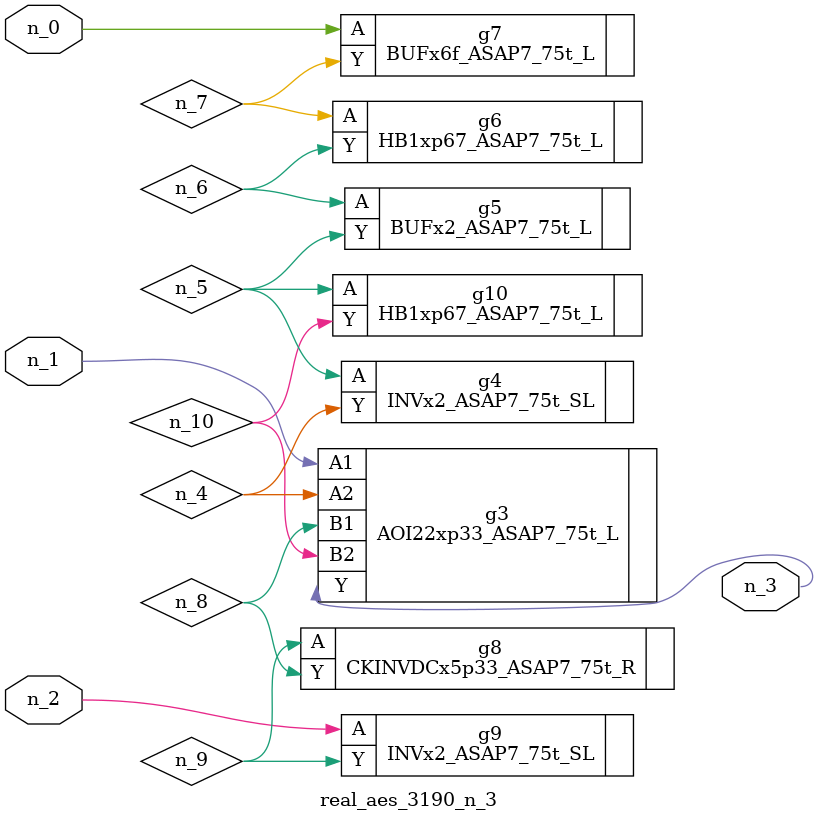
<source format=v>
module real_aes_3190_n_3 (n_0, n_2, n_1, n_3);
input n_0;
input n_2;
input n_1;
output n_3;
wire n_4;
wire n_5;
wire n_7;
wire n_8;
wire n_6;
wire n_9;
wire n_10;
BUFx6f_ASAP7_75t_L g7 ( .A(n_0), .Y(n_7) );
AOI22xp33_ASAP7_75t_L g3 ( .A1(n_1), .A2(n_4), .B1(n_8), .B2(n_10), .Y(n_3) );
INVx2_ASAP7_75t_SL g9 ( .A(n_2), .Y(n_9) );
INVx2_ASAP7_75t_SL g4 ( .A(n_5), .Y(n_4) );
HB1xp67_ASAP7_75t_L g10 ( .A(n_5), .Y(n_10) );
BUFx2_ASAP7_75t_L g5 ( .A(n_6), .Y(n_5) );
HB1xp67_ASAP7_75t_L g6 ( .A(n_7), .Y(n_6) );
CKINVDCx5p33_ASAP7_75t_R g8 ( .A(n_9), .Y(n_8) );
endmodule
</source>
